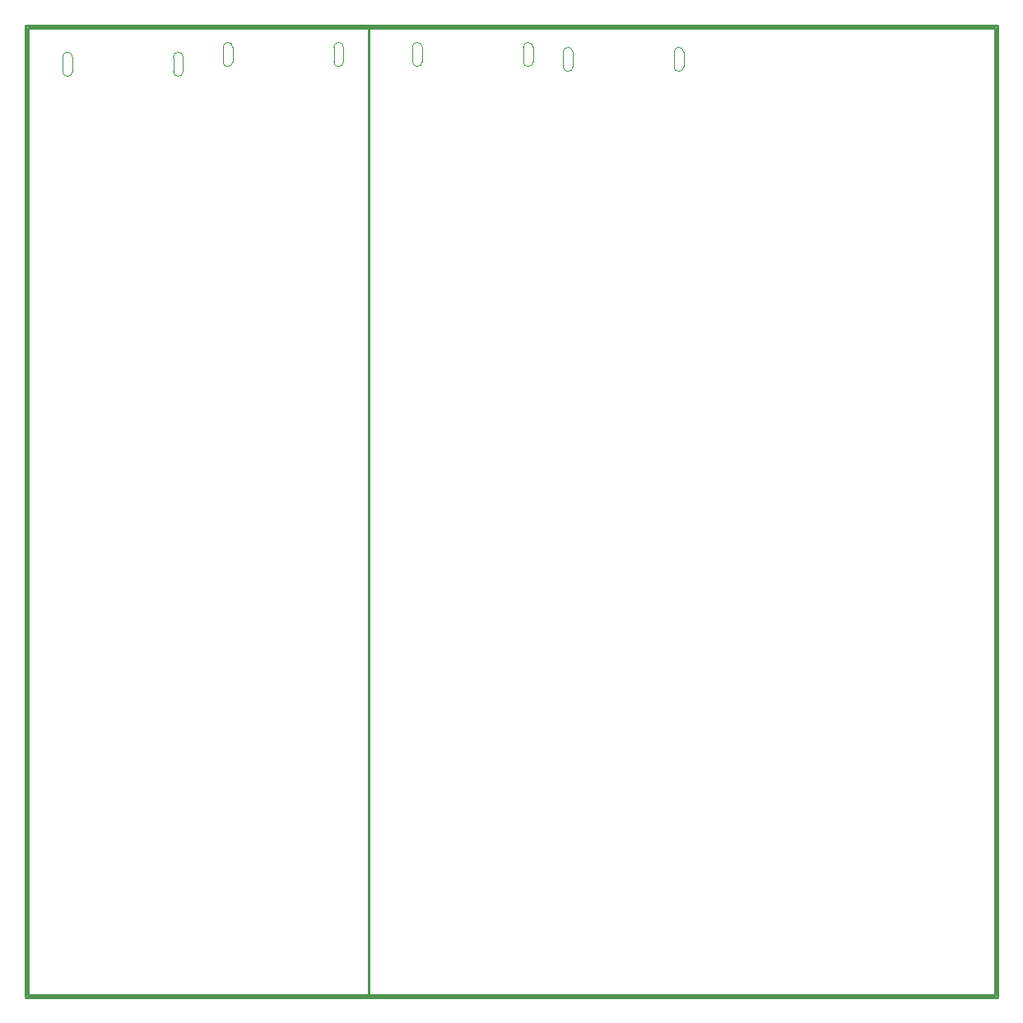
<source format=gko>
G04*
G04 #@! TF.GenerationSoftware,Altium Limited,CircuitStudio,1.5.2 (1.5.2.30)*
G04*
G04 Layer_Color=16720538*
%FSLAX25Y25*%
%MOIN*%
G70*
G01*
G75*
%ADD27C,0.01000*%
%ADD32C,0.00000*%
D27*
X100984Y100984D02*
X492717D01*
Y492717D01*
X100984D02*
X492717D01*
X100984Y100984D02*
Y492717D01*
X492717Y248228D02*
Y250197D01*
X492913Y397539D02*
Y399508D01*
X492815Y397343D02*
Y399311D01*
X100000Y100000D02*
X493701D01*
Y493701D01*
X100000D02*
X493701D01*
X100000Y100000D02*
Y493701D01*
X238976Y100000D02*
Y493701D01*
D32*
X161811Y473032D02*
G03*
X163779Y475000I0J1969D01*
G01*
X159843D02*
G03*
X161811Y473032I1969J0D01*
G01*
Y482874D02*
G03*
X159843Y480905I0J-1969D01*
G01*
X163779D02*
G03*
X161811Y482874I-1969J0D01*
G01*
X116929Y473032D02*
G03*
X118898Y475000I0J1969D01*
G01*
X114961D02*
G03*
X116929Y473032I1969J0D01*
G01*
Y482874D02*
G03*
X114961Y480905I0J-1969D01*
G01*
X118898D02*
G03*
X116929Y482874I-1969J0D01*
G01*
X321654D02*
G03*
X319685Y484842I-1969J0D01*
G01*
D02*
G03*
X317717Y482874I0J-1969D01*
G01*
Y476968D02*
G03*
X319685Y475000I1969J0D01*
G01*
D02*
G03*
X321654Y476968I0J1969D01*
G01*
X366535Y482874D02*
G03*
X364567Y484842I-1969J0D01*
G01*
D02*
G03*
X362598Y482874I0J-1969D01*
G01*
Y476968D02*
G03*
X364567Y475000I1969J0D01*
G01*
D02*
G03*
X366535Y476968I0J1969D01*
G01*
X226772D02*
G03*
X228740Y478937I0J1969D01*
G01*
X224803D02*
G03*
X226772Y476968I1969J0D01*
G01*
Y486811D02*
G03*
X224803Y484842I0J-1969D01*
G01*
X228740D02*
G03*
X226772Y486811I-1969J0D01*
G01*
X181890Y476968D02*
G03*
X183858Y478937I0J1969D01*
G01*
X179921D02*
G03*
X181890Y476968I1969J0D01*
G01*
Y486811D02*
G03*
X179921Y484842I0J-1969D01*
G01*
X183858D02*
G03*
X181890Y486811I-1969J0D01*
G01*
X260630Y484842D02*
G03*
X258661Y486811I-1969J0D01*
G01*
D02*
G03*
X256693Y484842I0J-1969D01*
G01*
Y478937D02*
G03*
X258661Y476968I1969J0D01*
G01*
D02*
G03*
X260630Y478937I0J1969D01*
G01*
X305512Y484842D02*
G03*
X303543Y486811I-1969J0D01*
G01*
D02*
G03*
X301575Y484842I0J-1969D01*
G01*
Y478937D02*
G03*
X303543Y476968I1969J0D01*
G01*
D02*
G03*
X305512Y478937I0J1969D01*
G01*
X159843Y475000D02*
Y480905D01*
X163779Y475000D02*
Y480905D01*
X114961Y475000D02*
Y480905D01*
X118898Y475000D02*
Y480905D01*
X321654Y476968D02*
Y482874D01*
X317717Y476968D02*
Y482874D01*
X366535Y476968D02*
Y482874D01*
X362598Y476968D02*
Y482874D01*
X224803Y478937D02*
Y484842D01*
X228740Y478937D02*
Y484842D01*
X179921Y478937D02*
Y484842D01*
X183858Y478937D02*
Y484842D01*
X260630Y478937D02*
Y484842D01*
X256693Y478937D02*
Y484842D01*
X305512Y478937D02*
Y484842D01*
X301575Y478937D02*
Y484842D01*
M02*

</source>
